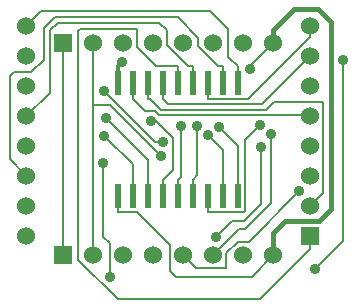
<source format=gbl>
G04 (created by PCBNEW-RS274X (2011-05-25)-stable) date Tue 02 Apr 2013 03:30:14 PM PDT*
G01*
G70*
G90*
%MOIN*%
G04 Gerber Fmt 3.4, Leading zero omitted, Abs format*
%FSLAX34Y34*%
G04 APERTURE LIST*
%ADD10C,0.006000*%
%ADD11C,0.060000*%
%ADD12R,0.060000X0.060000*%
%ADD13R,0.023600X0.078700*%
%ADD14C,0.035000*%
%ADD15C,0.016000*%
%ADD16C,0.008000*%
%ADD17C,0.012000*%
G04 APERTURE END LIST*
G54D10*
G54D11*
X40945Y-29569D03*
X40945Y-30569D03*
X40945Y-31569D03*
X40945Y-32569D03*
X40945Y-33569D03*
X40945Y-34569D03*
X40945Y-35569D03*
X40945Y-36569D03*
G54D12*
X50394Y-36569D03*
G54D11*
X50394Y-35569D03*
X50394Y-34569D03*
X50394Y-33569D03*
X50394Y-32569D03*
X50394Y-31569D03*
X50394Y-30569D03*
X50394Y-29569D03*
G54D12*
X42169Y-30118D03*
G54D11*
X43169Y-30118D03*
X44169Y-30118D03*
X45169Y-30118D03*
X46169Y-30118D03*
X47169Y-30118D03*
X48169Y-30118D03*
X49169Y-30118D03*
G54D12*
X42169Y-37205D03*
G54D11*
X43169Y-37205D03*
X44169Y-37205D03*
X45169Y-37205D03*
X46169Y-37205D03*
X47169Y-37205D03*
X48169Y-37205D03*
X49169Y-37205D03*
G54D13*
X47984Y-35240D03*
X47484Y-35240D03*
X46984Y-35240D03*
X46484Y-35240D03*
X45984Y-35240D03*
X45484Y-35240D03*
X44984Y-35240D03*
X44484Y-35240D03*
X43984Y-35240D03*
X47984Y-31452D03*
X47484Y-31452D03*
X46984Y-31452D03*
X46484Y-31452D03*
X45984Y-31452D03*
X45484Y-31452D03*
X44984Y-31452D03*
X44484Y-31452D03*
X43984Y-31452D03*
G54D14*
X48400Y-30993D03*
X43543Y-31734D03*
X45483Y-33425D03*
X45418Y-33886D03*
X43725Y-37925D03*
X43515Y-34130D03*
X49087Y-33165D03*
X46102Y-32902D03*
X45092Y-32733D03*
X43590Y-32626D03*
X47366Y-32944D03*
X43536Y-33220D03*
X46986Y-33210D03*
X46648Y-32888D03*
X48736Y-32875D03*
X51511Y-30708D03*
X50574Y-37669D03*
X47270Y-36597D03*
X48764Y-33601D03*
X50044Y-35069D03*
X44129Y-30774D03*
G54D15*
X49169Y-37205D02*
X49169Y-36467D01*
X49169Y-29713D02*
X49169Y-30118D01*
X49874Y-29008D02*
X49169Y-29713D01*
X50679Y-29008D02*
X49874Y-29008D01*
X51092Y-29421D02*
X50679Y-29008D01*
X51092Y-35682D02*
X51092Y-29421D01*
X50710Y-36064D02*
X51092Y-35682D01*
X49572Y-36064D02*
X50710Y-36064D01*
X49169Y-36467D02*
X49572Y-36064D01*
G54D16*
X48400Y-30887D02*
X48400Y-30993D01*
X49169Y-30118D02*
X48400Y-30887D01*
X44622Y-35776D02*
X45722Y-36876D01*
X48454Y-37920D02*
X49169Y-37205D01*
X45924Y-37920D02*
X48454Y-37920D01*
X45722Y-37718D02*
X45924Y-37920D01*
X45722Y-36876D02*
X45722Y-37718D01*
X43984Y-35776D02*
X44622Y-35776D01*
X43984Y-35240D02*
X43984Y-35776D01*
X42169Y-36762D02*
X42169Y-30561D01*
X42169Y-37205D02*
X42169Y-36762D01*
X45234Y-33425D02*
X45483Y-33425D01*
X43543Y-31734D02*
X45234Y-33425D01*
X42169Y-30118D02*
X42169Y-30561D01*
X48725Y-38681D02*
X50394Y-37012D01*
X42664Y-37352D02*
X43993Y-38681D01*
X45264Y-30915D02*
X44625Y-30276D01*
X42664Y-29743D02*
X42664Y-37352D01*
X42747Y-29660D02*
X42664Y-29743D01*
X44589Y-29660D02*
X42747Y-29660D01*
X44625Y-29696D02*
X44589Y-29660D01*
X44625Y-30276D02*
X44625Y-29696D01*
X43993Y-38681D02*
X48725Y-38681D01*
X45984Y-30915D02*
X45264Y-30915D01*
X45984Y-31452D02*
X45984Y-30915D01*
X50394Y-36569D02*
X50394Y-37012D01*
X48328Y-31988D02*
X46984Y-31988D01*
X50394Y-29922D02*
X48328Y-31988D01*
X50394Y-29569D02*
X50394Y-29922D01*
X46984Y-31452D02*
X46984Y-31988D01*
X43169Y-32212D02*
X43169Y-30118D01*
X43169Y-37205D02*
X43169Y-32212D01*
X43744Y-32212D02*
X45418Y-33886D01*
X43169Y-32212D02*
X43744Y-32212D01*
X43725Y-36806D02*
X43725Y-37925D01*
X43515Y-34130D02*
X43515Y-36596D01*
X48034Y-36340D02*
X47169Y-37205D01*
X48226Y-36340D02*
X48034Y-36340D01*
X49087Y-35479D02*
X48226Y-36340D01*
X49087Y-33165D02*
X49087Y-35479D01*
X43515Y-36596D02*
X43725Y-36806D01*
X45984Y-35240D02*
X45984Y-34703D01*
X45984Y-34703D02*
X46102Y-34585D01*
X46102Y-34585D02*
X46102Y-32902D01*
X45266Y-32733D02*
X45092Y-32733D01*
X45823Y-33290D02*
X45266Y-32733D01*
X45823Y-34364D02*
X45823Y-33290D01*
X45484Y-35240D02*
X45484Y-34703D01*
X45484Y-34703D02*
X45823Y-34364D01*
X44984Y-34020D02*
X43590Y-32626D01*
X44984Y-35240D02*
X44984Y-34020D01*
X47984Y-35240D02*
X47984Y-33562D01*
X47984Y-33562D02*
X47366Y-32944D01*
X44484Y-34168D02*
X43536Y-33220D01*
X44484Y-35240D02*
X44484Y-34168D01*
X47484Y-35240D02*
X47484Y-33708D01*
X47484Y-33708D02*
X46986Y-33210D01*
X46648Y-34539D02*
X46648Y-32888D01*
X46484Y-34703D02*
X46648Y-34539D01*
X46484Y-35240D02*
X46484Y-34703D01*
X46984Y-35240D02*
X46984Y-35776D01*
X48246Y-33365D02*
X48736Y-32875D01*
X48246Y-35719D02*
X48246Y-33365D01*
X48189Y-35776D02*
X48246Y-35719D01*
X46984Y-35776D02*
X48189Y-35776D01*
X51511Y-36732D02*
X51511Y-30708D01*
X50574Y-37669D02*
X51511Y-36732D01*
X47806Y-36061D02*
X47270Y-36597D01*
X48212Y-36061D02*
X47806Y-36061D01*
X48764Y-35509D02*
X48212Y-36061D01*
X48764Y-33601D02*
X48764Y-35509D01*
X44484Y-31452D02*
X44484Y-31988D01*
X44896Y-32400D02*
X44484Y-31988D01*
X45216Y-32400D02*
X44896Y-32400D01*
X45361Y-32545D02*
X45216Y-32400D01*
X50370Y-32545D02*
X45361Y-32545D01*
X50394Y-32569D02*
X50370Y-32545D01*
X47984Y-30915D02*
X47669Y-30600D01*
X41445Y-29069D02*
X40945Y-29569D01*
X47064Y-29069D02*
X41445Y-29069D01*
X47669Y-30600D02*
X47669Y-29674D01*
X47984Y-31452D02*
X47984Y-30915D01*
X47669Y-29674D02*
X47064Y-29069D01*
X48786Y-32177D02*
X45673Y-32177D01*
X50394Y-30569D02*
X48786Y-32177D01*
X45484Y-31452D02*
X45484Y-31988D01*
X45673Y-32177D02*
X45484Y-31988D01*
X46484Y-31452D02*
X46484Y-30915D01*
X46338Y-30915D02*
X46484Y-30915D01*
X45625Y-30202D02*
X46338Y-30915D01*
X45625Y-29706D02*
X45625Y-30202D01*
X45373Y-29454D02*
X45625Y-29706D01*
X41987Y-29454D02*
X45373Y-29454D01*
X41725Y-29716D02*
X41987Y-29454D01*
X41725Y-31789D02*
X41725Y-29716D01*
X40945Y-32569D02*
X41725Y-31789D01*
X40389Y-34013D02*
X40945Y-34569D01*
X40389Y-31247D02*
X40389Y-34013D01*
X40523Y-31113D02*
X40389Y-31247D01*
X41103Y-31113D02*
X40523Y-31113D01*
X41531Y-30685D02*
X41103Y-31113D01*
X41531Y-29624D02*
X41531Y-30685D01*
X41885Y-29270D02*
X41531Y-29624D01*
X45987Y-29270D02*
X41885Y-29270D01*
X46669Y-29952D02*
X45987Y-29270D01*
X46669Y-30246D02*
X46669Y-29952D01*
X47338Y-30915D02*
X46669Y-30246D01*
X47484Y-30915D02*
X47338Y-30915D01*
X47484Y-31452D02*
X47484Y-30915D01*
X48939Y-32361D02*
X49187Y-32113D01*
X50816Y-32113D02*
X50841Y-32138D01*
X50841Y-32138D02*
X50841Y-35122D01*
X50841Y-35122D02*
X50394Y-35569D01*
X44984Y-31988D02*
X45065Y-31988D01*
X45065Y-31988D02*
X45438Y-32361D01*
X45438Y-32361D02*
X48939Y-32361D01*
X44984Y-31452D02*
X44984Y-31988D01*
X49187Y-32113D02*
X50816Y-32113D01*
X47984Y-36762D02*
X48351Y-36762D01*
X47613Y-37133D02*
X47984Y-36762D01*
X47613Y-37627D02*
X47613Y-37133D01*
X47591Y-37649D02*
X47613Y-37627D01*
X46613Y-37649D02*
X47591Y-37649D01*
X46169Y-37205D02*
X46613Y-37649D01*
X48351Y-36762D02*
X50044Y-35069D01*
G54D17*
X44008Y-30895D02*
X44129Y-30774D01*
X43984Y-31452D02*
X43984Y-30895D01*
X43984Y-30895D02*
X44008Y-30895D01*
M02*

</source>
